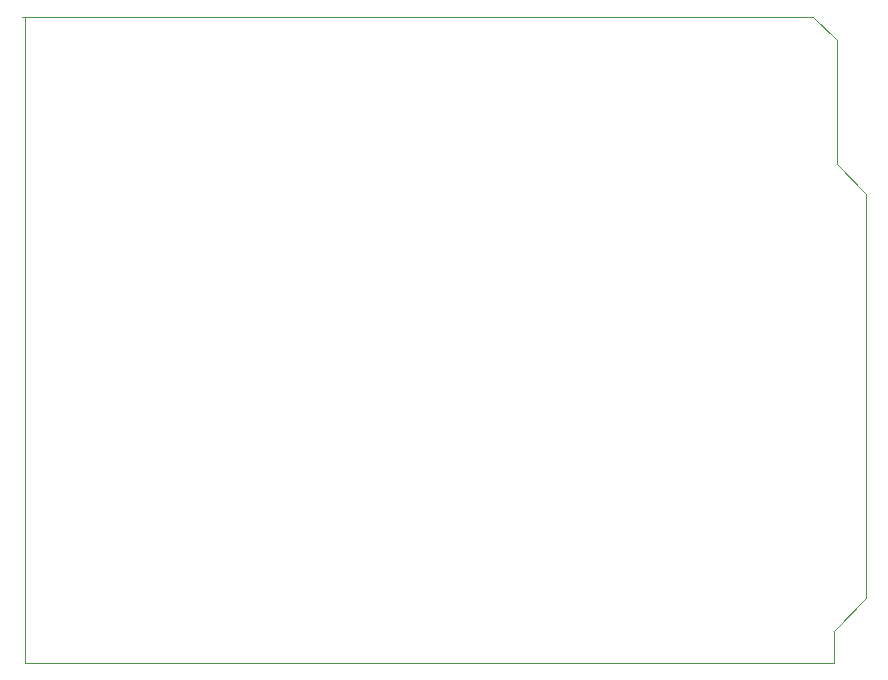
<source format=gbr>
%FSLAX34Y34*%
G04 Gerber Fmt 3.4, Leading zero omitted, Abs format*
G04 (created by PCBNEW (2014-02-26 BZR 4721)-product) date Tuesday, 26 August 2014 11:02:49*
%MOIN*%
G01*
G70*
G90*
G04 APERTURE LIST*
%ADD10C,0.005906*%
%ADD11C,0.003937*%
G04 APERTURE END LIST*
G54D10*
G54D11*
X19192Y-24606D02*
X19094Y-24606D01*
X19192Y-46161D02*
X19192Y-24606D01*
X46161Y-46161D02*
X19192Y-46161D01*
X46161Y-45078D02*
X46161Y-46161D01*
X47244Y-43996D02*
X46161Y-45078D01*
X47244Y-30511D02*
X47244Y-43996D01*
X46259Y-29527D02*
X47244Y-30511D01*
X46259Y-25393D02*
X46259Y-29527D01*
X45472Y-24606D02*
X46259Y-25393D01*
X19094Y-24606D02*
X45472Y-24606D01*
M02*

</source>
